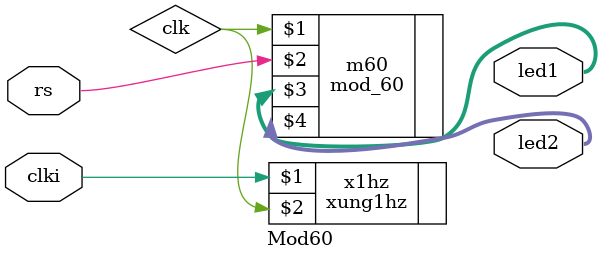
<source format=v>
`timescale 1ns / 1ps
module Mod60(
input clki,
input rs,
output [3:0]led1,
output [3:0]led2
    );
wire clk;
xung1hz x1hz(clki,clk);	 
mod_60 m60(clk,rs,led1,led2);
endmodule

</source>
